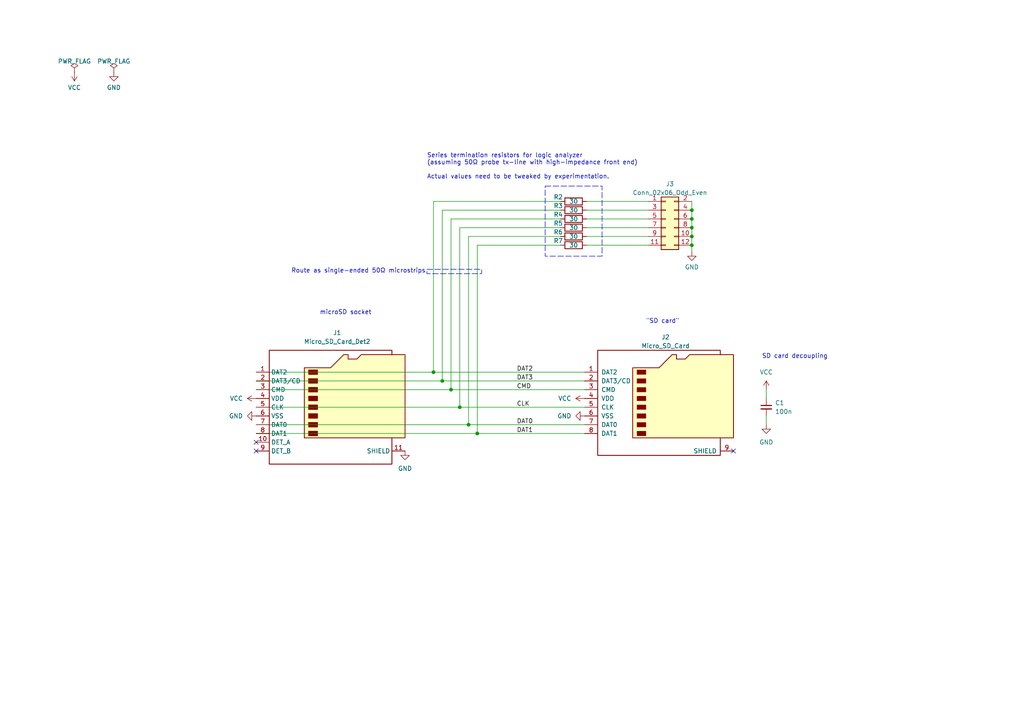
<source format=kicad_sch>
(kicad_sch (version 20230121) (generator eeschema)
  (paper "A4")
  (lib_symbols
    (symbol "Connector:Micro_SD_Card" (pin_names (offset 1.016))
      (property "Reference" "J" (at -16.51 15.24 0))
      (property "Value" "Micro_SD_Card" (at 16.51 15.24 0))
      (symbol "Micro_SD_Card_0_1"
        (rectangle (start -7.62 -9.525) (end -5.08 -10.795) (fill (type outline)))
        (rectangle (start -7.62 -6.985) (end -5.08 -8.255) (fill (type outline)))
        (rectangle (start -7.62 -4.445) (end -5.08 -5.715) (fill (type outline)))
        (rectangle (start -7.62 -1.905) (end -5.08 -3.175) (fill (type outline)))
        (rectangle (start -7.62 0.635) (end -5.08 -0.635) (fill (type outline)))
        (rectangle (start -7.62 3.175) (end -5.08 1.905) (fill (type outline)))
        (rectangle (start -7.62 5.715) (end -5.08 4.445) (fill (type outline)))
        (rectangle (start -7.62 8.255) (end -5.08 6.985) (fill (type outline)))
        (polyline (pts (xy 16.51 12.7) (xy 16.51 13.97) (xy -19.05 13.97) (xy -19.05 -16.51) (xy 16.51 -16.51) (xy 16.51 -11.43)) (stroke (width 0.254)))
        (polyline (pts (xy -8.89 -11.43) (xy -8.89 8.89) (xy -1.27 8.89) (xy 2.54 12.7) (xy 3.81 12.7) (xy 3.81 11.43) (xy 6.35 11.43) (xy 7.62 12.7) (xy 20.32 12.7) (xy 20.32 -11.43) (xy -8.89 -11.43)) (stroke (width 0.254)) (fill (type background)))
      )
      (symbol "Micro_SD_Card_1_1"
        (pin bidirectional line (at -22.86 7.62 0) (length 3.81) (name "DAT2") (number "1"))
        (pin bidirectional line (at -22.86 5.08 0) (length 3.81) (name "DAT3/CD") (number "2"))
        (pin input line (at -22.86 2.54 0) (length 3.81) (name "CMD") (number "3"))
        (pin power_in line (at -22.86 0 0) (length 3.81) (name "VDD") (number "4"))
        (pin input line (at -22.86 -2.54 0) (length 3.81) (name "CLK") (number "5"))
        (pin power_in line (at -22.86 -5.08 0) (length 3.81) (name "VSS") (number "6"))
        (pin bidirectional line (at -22.86 -7.62 0) (length 3.81) (name "DAT0") (number "7"))
        (pin bidirectional line (at -22.86 -10.16 0) (length 3.81) (name "DAT1") (number "8"))
        (pin passive line (at 20.32 -15.24 180) (length 3.81) (name "SHIELD") (number "9"))
      )
    )
    (symbol "Connector:Micro_SD_Card_Det2"
      (property "Reference" "J" (at -16.51 17.78 0))
      (property "Value" "Micro_SD_Card_Det2" (at 16.51 17.78 0))
      (symbol "Micro_SD_Card_Det2_0_1"
        (rectangle (start -7.62 -6.985) (end -5.08 -8.255) (stroke (width 0.254)) (fill (type outline)))
        (rectangle (start -7.62 -4.445) (end -5.08 -5.715) (stroke (width 0.254)) (fill (type outline)))
        (rectangle (start -7.62 -1.905) (end -5.08 -3.175) (stroke (width 0.254)) (fill (type outline)))
        (rectangle (start -7.62 0.635) (end -5.08 -0.635) (stroke (width 0.254)) (fill (type outline)))
        (rectangle (start -7.62 3.175) (end -5.08 1.905) (stroke (width 0.254)) (fill (type outline)))
        (rectangle (start -7.62 5.715) (end -5.08 4.445) (stroke (width 0.254)) (fill (type outline)))
        (rectangle (start -7.62 8.255) (end -5.08 6.985) (stroke (width 0.254)) (fill (type outline)))
        (rectangle (start -7.62 10.795) (end -5.08 9.525) (stroke (width 0.254)) (fill (type outline)))
        (polyline (pts (xy 16.51 15.24) (xy 16.51 16.51) (xy -19.05 16.51) (xy -19.05 -16.51) (xy 16.51 -16.51) (xy 16.51 -8.89)) (stroke (width 0.254)))
        (polyline (pts (xy -8.89 -8.89) (xy -8.89 11.43) (xy -1.27 11.43) (xy 2.54 15.24) (xy 3.81 15.24) (xy 3.81 13.97) (xy 6.35 13.97) (xy 7.62 15.24) (xy 20.32 15.24) (xy 20.32 -8.89) (xy -8.89 -8.89)) (stroke (width 0.254)) (fill (type background)))
      )
      (symbol "Micro_SD_Card_Det2_1_1"
        (pin bidirectional line (at -22.86 10.16 0) (length 3.81) (name "DAT2") (number "1"))
        (pin passive line (at -22.86 -10.16 0) (length 3.81) (name "DET_A") (number "10"))
        (pin passive line (at 20.32 -12.7 180) (length 3.81) (name "SHIELD") (number "11"))
        (pin bidirectional line (at -22.86 7.62 0) (length 3.81) (name "DAT3/CD") (number "2"))
        (pin input line (at -22.86 5.08 0) (length 3.81) (name "CMD") (number "3"))
        (pin power_in line (at -22.86 2.54 0) (length 3.81) (name "VDD") (number "4"))
        (pin input line (at -22.86 0 0) (length 3.81) (name "CLK") (number "5"))
        (pin power_in line (at -22.86 -2.54 0) (length 3.81) (name "VSS") (number "6"))
        (pin bidirectional line (at -22.86 -5.08 0) (length 3.81) (name "DAT0") (number "7"))
        (pin bidirectional line (at -22.86 -7.62 0) (length 3.81) (name "DAT1") (number "8"))
        (pin passive line (at -22.86 -12.7 0) (length 3.81) (name "DET_B") (number "9"))
      )
    )
    (symbol "Connector_Generic:Conn_02x06_Odd_Even" (pin_names (offset 1.016) hide)
      (property "Reference" "J" (at 1.27 7.62 0))
      (property "Value" "Conn_02x06_Odd_Even" (at 1.27 -10.16 0))
      (symbol "Conn_02x06_Odd_Even_1_1"
        (rectangle (start -1.27 -7.493) (end 0 -7.747) (stroke (width 0.1524)))
        (rectangle (start -1.27 -4.953) (end 0 -5.207) (stroke (width 0.1524)))
        (rectangle (start -1.27 -2.413) (end 0 -2.667) (stroke (width 0.1524)))
        (rectangle (start -1.27 0.127) (end 0 -0.127) (stroke (width 0.1524)))
        (rectangle (start -1.27 2.667) (end 0 2.413) (stroke (width 0.1524)))
        (rectangle (start -1.27 5.207) (end 0 4.953) (stroke (width 0.1524)))
        (rectangle (start -1.27 6.35) (end 3.81 -8.89) (stroke (width 0.254)) (fill (type background)))
        (rectangle (start 3.81 -7.493) (end 2.54 -7.747) (stroke (width 0.1524)))
        (rectangle (start 3.81 -4.953) (end 2.54 -5.207) (stroke (width 0.1524)))
        (rectangle (start 3.81 -2.413) (end 2.54 -2.667) (stroke (width 0.1524)))
        (rectangle (start 3.81 0.127) (end 2.54 -0.127) (stroke (width 0.1524)))
        (rectangle (start 3.81 2.667) (end 2.54 2.413) (stroke (width 0.1524)))
        (rectangle (start 3.81 5.207) (end 2.54 4.953) (stroke (width 0.1524)))
        (pin passive line (at -5.08 5.08 0) (length 3.81) (name "Pin_1") (number "1"))
        (pin passive line (at 7.62 -5.08 180) (length 3.81) (name "Pin_10") (number "10"))
        (pin passive line (at -5.08 -7.62 0) (length 3.81) (name "Pin_11") (number "11"))
        (pin passive line (at 7.62 -7.62 180) (length 3.81) (name "Pin_12") (number "12"))
        (pin passive line (at 7.62 5.08 180) (length 3.81) (name "Pin_2") (number "2"))
        (pin passive line (at -5.08 2.54 0) (length 3.81) (name "Pin_3") (number "3"))
        (pin passive line (at 7.62 2.54 180) (length 3.81) (name "Pin_4") (number "4"))
        (pin passive line (at -5.08 0 0) (length 3.81) (name "Pin_5") (number "5"))
        (pin passive line (at 7.62 0 180) (length 3.81) (name "Pin_6") (number "6"))
        (pin passive line (at -5.08 -2.54 0) (length 3.81) (name "Pin_7") (number "7"))
        (pin passive line (at 7.62 -2.54 180) (length 3.81) (name "Pin_8") (number "8"))
        (pin passive line (at -5.08 -5.08 0) (length 3.81) (name "Pin_9") (number "9"))
      )
    )
    (symbol "Device:C_Small" (pin_numbers hide) (pin_names (offset 0.254) hide)
      (property "Reference" "C" (at 0.254 1.778 0))
      (property "Value" "C_Small" (at 0.254 -2.032 0))
      (symbol "C_Small_0_1"
        (polyline (pts (xy -1.524 -0.508) (xy 1.524 -0.508)) (stroke (width 0.3302)))
        (polyline (pts (xy -1.524 0.508) (xy 1.524 0.508)) (stroke (width 0.3048)))
      )
      (symbol "C_Small_1_1"
        (pin passive line (at 0 2.54 270) (length 2.032) (name "~") (number "1"))
        (pin passive line (at 0 -2.54 90) (length 2.032) (name "~") (number "2"))
      )
    )
    (symbol "Device:R" (pin_numbers hide) (pin_names (offset 0))
      (property "Reference" "R" (at 2.032 0 90))
      (property "Value" "R" (at 0 0 90))
      (symbol "R_0_1"
        (rectangle (start -1.016 -2.54) (end 1.016 2.54) (stroke (width 0.254)))
      )
      (symbol "R_1_1"
        (pin passive line (at 0 3.81 270) (length 1.27) (name "~") (number "1"))
        (pin passive line (at 0 -3.81 90) (length 1.27) (name "~") (number "2"))
      )
    )
    (symbol "power:GND" (power) (pin_names (offset 0))
      (property "Value" "GND" (at 0 -3.81 0))
      (symbol "GND_0_1"
        (polyline (pts (xy 0 0) (xy 0 -1.27) (xy 1.27 -1.27) (xy 0 -2.54) (xy -1.27 -1.27) (xy 0 -1.27)))
      )
      (symbol "GND_1_1"
        (pin power_in line (at 0 0 270) (length 0) hide (name "GND") (number "1"))
      )
    )
    (symbol "power:PWR_FLAG" (power) (pin_numbers hide) (pin_names (offset 0) hide)
      (property "Value" "PWR_FLAG" (at 0 3.81 0))
      (symbol "PWR_FLAG_0_0"
        (pin power_out line (at 0 0 90) (length 0) (name "pwr") (number "1"))
      )
      (symbol "PWR_FLAG_0_1"
        (polyline (pts (xy 0 0) (xy 0 1.27) (xy -1.016 1.905) (xy 0 2.54) (xy 1.016 1.905) (xy 0 1.27)))
      )
    )
    (symbol "power:VCC" (power) (pin_names (offset 0))
      (property "Value" "VCC" (at 0 3.81 0))
      (symbol "VCC_0_1"
        (polyline (pts (xy -0.762 1.27) (xy 0 2.54)))
        (polyline (pts (xy 0 0) (xy 0 2.54)))
        (polyline (pts (xy 0 2.54) (xy 0.762 1.27)))
      )
      (symbol "VCC_1_1"
        (pin power_in line (at 0 0 90) (length 0) hide (name "VCC") (number "1"))
      )
    )
  )
  (junction (at 200.66 60.96))
  (junction (at 200.66 68.58))
  (junction (at 200.66 63.5))
  (junction (at 133.35 118.11))
  (junction (at 130.81 113.03))
  (junction (at 200.66 66.04))
  (junction (at 135.89 123.19))
  (junction (at 125.73 107.95))
  (junction (at 128.27 110.49))
  (junction (at 138.43 125.73))
  (junction (at 200.66 71.12))
  (no_connect (at 74.295 130.81))
  (no_connect (at 74.295 128.27))
  (no_connect (at 212.725 130.81))
  (wire (pts (xy 200.66 58.42) (xy 200.66 60.96)))
  (wire (pts (xy 128.27 110.49) (xy 74.295 110.49)))
  (wire (pts (xy 74.295 113.03) (xy 130.81 113.03)))
  (wire (pts (xy 128.27 60.96) (xy 128.27 110.49)))
  (wire (pts (xy 162.56 68.58) (xy 135.89 68.58)))
  (wire (pts (xy 125.73 58.42) (xy 125.73 107.95)))
  (wire (pts (xy 162.56 60.96) (xy 128.27 60.96)))
  (wire (pts (xy 169.545 110.49) (xy 128.27 110.49)))
  (wire (pts (xy 200.66 66.04) (xy 200.66 68.58)))
  (wire (pts (xy 169.545 123.19) (xy 135.89 123.19)))
  (wire (pts (xy 74.295 107.95) (xy 125.73 107.95)))
  (wire (pts (xy 200.66 60.96) (xy 200.66 63.5)))
  (wire (pts (xy 135.89 123.19) (xy 74.295 123.19)))
  (wire (pts (xy 169.545 118.11) (xy 133.35 118.11)))
  (wire (pts (xy 187.96 60.96) (xy 170.18 60.96)))
  (wire (pts (xy 125.73 107.95) (xy 169.545 107.95)))
  (wire (pts (xy 130.81 113.03) (xy 169.545 113.03)))
  (wire (pts (xy 133.35 66.04) (xy 133.35 118.11)))
  (wire (pts (xy 162.56 58.42) (xy 125.73 58.42)))
  (wire (pts (xy 200.66 71.12) (xy 200.66 73.025)))
  (wire (pts (xy 187.96 63.5) (xy 170.18 63.5)))
  (wire (pts (xy 130.81 63.5) (xy 130.81 113.03)))
  (wire (pts (xy 187.96 68.58) (xy 170.18 68.58)))
  (wire (pts (xy 138.43 125.73) (xy 74.295 125.73)))
  (wire (pts (xy 187.96 66.04) (xy 170.18 66.04)))
  (wire (pts (xy 162.56 66.04) (xy 133.35 66.04)))
  (wire (pts (xy 200.66 68.58) (xy 200.66 71.12)))
  (wire (pts (xy 135.89 68.58) (xy 135.89 123.19)))
  (wire (pts (xy 162.56 71.12) (xy 138.43 71.12)))
  (wire (pts (xy 138.43 71.12) (xy 138.43 125.73)))
  (wire (pts (xy 222.25 120.65) (xy 222.25 123.19)))
  (wire (pts (xy 187.96 71.12) (xy 170.18 71.12)))
  (wire (pts (xy 187.96 58.42) (xy 170.18 58.42)))
  (wire (pts (xy 222.25 113.03) (xy 222.25 115.57)))
  (wire (pts (xy 133.35 118.11) (xy 74.295 118.11)))
  (wire (pts (xy 169.545 125.73) (xy 138.43 125.73)))
  (wire (pts (xy 200.66 63.5) (xy 200.66 66.04)))
  (wire (pts (xy 162.56 63.5) (xy 130.81 63.5)))
  (rectangle (start 158.115 53.975) (end 174.625 74.295) (stroke (width 0) (type dash)))
  (rectangle (start 123.825 78.105) (end 139.7 79.375) (stroke (width 0) (type dash)))
  (text "Route as single-ended 50Ω microstrips" (at 84.455 79.375 0) (effects (font (size 1.27 1.27)) (justify left bottom)))
  (text "Series termination resistors for logic analyzer\n(assuming 50Ω probe tx-line with high-impedance front end)\n\nActual values need to be tweaked by experimentation." (at 123.825 52.07 0) (effects (font (size 1.27 1.27)) (justify left bottom)))
  (text "SD card decoupling" (at 220.98 104.14 0) (effects (font (size 1.27 1.27)) (justify left bottom)))
  (text "\"SD card\"" (at 187.325 93.98 0) (effects (font (size 1.27 1.27)) (justify left bottom)))
  (text "microSD socket" (at 92.71 91.44 0) (effects (font (size 1.27 1.27)) (justify left bottom)))
  (label "DAT0" (at 149.86 123.19 0))
  (label "DAT1" (at 149.86 125.73 0))
  (label "CLK" (at 149.86 118.11 0))
  (label "DAT2" (at 149.86 107.95 0))
  (label "DAT3" (at 149.86 110.49 0))
  (label "CMD" (at 149.86 113.03 0))
  (symbol (lib_id "Connector:Micro_SD_Card") (at 192.405 115.57 0) (unit 1)
    (property "Reference" "J2" (at 193.04 97.79 0))
    (property "Value" "Micro_SD_Card" (at 193.04 100.33 0))
    (property "Footprint" "microSD:microSD" (effects hide))
    (property "Datasheet" "http://katalog.we-online.de/em/datasheet/693072010801.pdf" (effects hide))
  )
  (symbol (lib_id "power:GND") (at 169.545 120.65 270) (unit 1)
    (property "Reference" "#PWR013" (effects hide))
    (property "Value" "GND" (at 165.735 120.65 90) (effects (justify right)))
  )
  (symbol (lib_id "Device:R") (at 166.37 68.58 90) (unit 1)
    (property "Reference" "R6" (at 161.925 67.31 90))
    (property "Value" "30" (at 166.37 68.58 90))
    (property "Footprint" "Resistor_SMD:R_0603_1608Metric" (effects hide))
  )
  (symbol (lib_id "power:VCC") (at 169.545 115.57 90) (unit 1)
    (property "Reference" "#PWR012" (effects hide))
    (property "Value" "VCC" (at 165.735 115.57 90) (effects (justify left)))
  )
  (symbol (lib_id "Device:C_Small") (at 222.25 118.11 0) (unit 1)
    (property "Reference" "C1" (at 224.79 116.8463 0) (effects (justify left)))
    (property "Value" "100n" (at 224.79 119.3863 0) (effects (justify left)))
    (property "Footprint" "Capacitor_SMD:C_0603_1608Metric" (effects hide))
  )
  (symbol (lib_id "power:GND") (at 33.02 20.955 0) (unit 1)
    (property "Reference" "#PWR06" (effects hide))
    (property "Value" "GND" (at 33.02 25.4 0))
  )
  (symbol (lib_id "Device:R") (at 166.37 58.42 90) (unit 1)
    (property "Reference" "R2" (at 161.925 57.15 90))
    (property "Value" "30" (at 166.37 58.42 90))
    (property "Footprint" "Resistor_SMD:R_0603_1608Metric" (effects hide))
  )
  (symbol (lib_id "power:GND") (at 222.25 123.19 0) (unit 1)
    (property "Reference" "#PWR09" (effects hide))
    (property "Value" "GND" (at 222.25 128.27 0))
  )
  (symbol (lib_id "Device:R") (at 166.37 71.12 90) (unit 1)
    (property "Reference" "R7" (at 161.925 69.85 90))
    (property "Value" "30" (at 166.37 71.12 90))
    (property "Footprint" "Resistor_SMD:R_0603_1608Metric" (effects hide))
  )
  (symbol (lib_id "power:VCC") (at 21.59 20.955 180) (unit 1)
    (property "Reference" "#PWR05" (effects hide))
    (property "Value" "VCC" (at 21.59 25.4 0))
  )
  (symbol (lib_id "power:GND") (at 74.295 120.65 270) (unit 1)
    (property "Reference" "#PWR03" (effects hide))
    (property "Value" "GND" (at 70.485 120.65 90) (effects (justify right)))
  )
  (symbol (lib_id "Connector:Micro_SD_Card_Det2") (at 97.155 118.11 0) (unit 1)
    (property "Reference" "J1" (at 97.79 96.52 0))
    (property "Value" "Micro_SD_Card_Det2" (at 97.79 99.06 0))
    (property "Footprint" "Connector_Card:microSD_HC_Hirose_DM3D-SF" (effects hide))
    (property "Datasheet" "https://www.hirose.com/en/product/document?clcode=&productname=&series=DM3&documenttype=Catalog&lang=en&documentid=D49662_en" (effects hide))
  )
  (symbol (lib_id "power:VCC") (at 222.25 113.03 0) (unit 1)
    (property "Reference" "#PWR08" (effects hide))
    (property "Value" "VCC" (at 222.25 107.95 0))
  )
  (symbol (lib_id "power:GND") (at 117.475 130.81 0) (unit 1)
    (property "Reference" "#PWR01" (effects hide))
    (property "Value" "GND" (at 117.475 135.89 0))
  )
  (symbol (lib_id "Device:R") (at 166.37 63.5 90) (unit 1)
    (property "Reference" "R4" (at 161.925 62.23 90))
    (property "Value" "30" (at 166.37 63.5 90))
    (property "Footprint" "Resistor_SMD:R_0603_1608Metric" (effects hide))
  )
  (symbol (lib_id "power:PWR_FLAG") (at 21.59 20.955 0) (unit 1)
    (property "Reference" "#FLG01" (effects hide))
    (property "Value" "PWR_FLAG" (at 21.59 17.78 0))
  )
  (symbol (lib_id "Device:R") (at 166.37 66.04 90) (unit 1)
    (property "Reference" "R5" (at 161.925 64.77 90))
    (property "Value" "30" (at 166.37 66.04 90))
    (property "Footprint" "Resistor_SMD:R_0603_1608Metric" (effects hide))
  )
  (symbol (lib_id "Connector_Generic:Conn_02x06_Odd_Even") (at 193.04 63.5 0) (unit 1)
    (property "Reference" "J3" (at 194.31 53.34 0))
    (property "Value" "Conn_02x06_Odd_Even" (at 194.31 55.88 0))
    (property "Footprint" "Connector_PinHeader_2.54mm:PinHeader_2x06_P2.54mm_Vertical" (effects hide))
  )
  (symbol (lib_id "power:VCC") (at 74.295 115.57 90) (unit 1)
    (property "Reference" "#PWR02" (effects hide))
    (property "Value" "VCC" (at 70.485 115.57 90) (effects (justify left)))
  )
  (symbol (lib_id "power:PWR_FLAG") (at 33.02 20.955 0) (unit 1)
    (property "Reference" "#FLG02" (effects hide))
    (property "Value" "PWR_FLAG" (at 33.02 17.78 0))
  )
  (symbol (lib_id "Device:R") (at 166.37 60.96 90) (unit 1)
    (property "Reference" "R3" (at 161.925 59.69 90))
    (property "Value" "30" (at 166.37 60.96 90))
    (property "Footprint" "Resistor_SMD:R_0603_1608Metric" (effects hide))
  )
  (symbol (lib_id "power:GND") (at 200.66 73.025 0) (unit 1)
    (property "Reference" "#PWR04" (effects hide))
    (property "Value" "GND" (at 200.66 77.47 0))
  )
)
</source>
